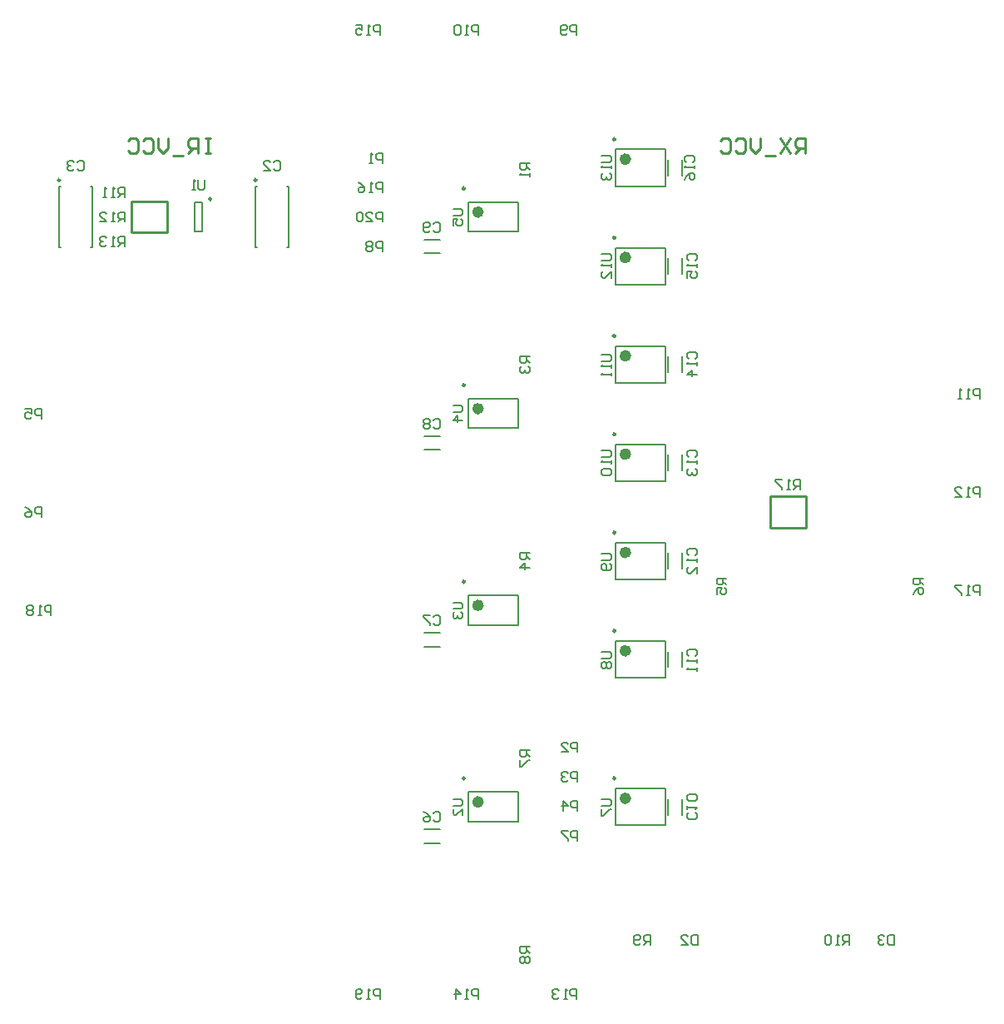
<source format=gbo>
G04 Layer_Color=13813960*
%FSLAX25Y25*%
%MOIN*%
G70*
G01*
G75*
%ADD15C,0.00787*%
%ADD16C,0.01000*%
%ADD17C,0.00984*%
%ADD39C,0.00500*%
%ADD64C,0.02362*%
D15*
X285236Y327284D02*
Y342008D01*
X305315D01*
X285236Y327284D02*
X305315D01*
Y342008D01*
X285236Y287913D02*
Y302638D01*
X305315D01*
X285236Y287913D02*
X305315D01*
Y302638D01*
X285236Y248543D02*
Y263268D01*
X305315D01*
X285236Y248543D02*
X305315D01*
Y263268D01*
X285236Y209173D02*
Y223898D01*
X305315D01*
X285236Y209173D02*
X305315D01*
Y223898D01*
X285236Y169803D02*
Y184528D01*
X305315D01*
X285236Y169803D02*
X305315D01*
Y184528D01*
X285236Y110748D02*
Y125472D01*
X305315D01*
X285236Y110748D02*
X305315D01*
Y125472D01*
X285236Y366653D02*
Y381378D01*
X305315D01*
X285236Y366653D02*
X305315D01*
Y381378D01*
X226181Y124016D02*
X246260D01*
X226181Y112205D02*
X246260D01*
X226181D02*
Y124016D01*
X246260Y112205D02*
Y124016D01*
X226181Y360236D02*
X246260D01*
X226181Y348425D02*
X246260D01*
X226181D02*
Y360236D01*
X246260Y348425D02*
Y360236D01*
X226181Y281496D02*
X246260D01*
X226181Y269685D02*
X246260D01*
X226181D02*
Y281496D01*
X246260Y269685D02*
Y281496D01*
X226181Y202756D02*
X246260D01*
X226181Y190945D02*
X246260D01*
X226181D02*
Y202756D01*
X246260Y190945D02*
Y202756D01*
X116732Y360236D02*
X119488D01*
X116732Y348425D02*
X119488D01*
Y360236D01*
X116732Y348425D02*
Y360236D01*
X140945Y342126D02*
Y366535D01*
X154331Y342126D02*
Y366535D01*
X140945D02*
X141535D01*
X140945Y342126D02*
X141535D01*
X153740Y366535D02*
X154331D01*
X153740Y342126D02*
X154331D01*
X62205D02*
Y366535D01*
X75590Y342126D02*
Y366535D01*
X62205D02*
X62795D01*
X62205Y342126D02*
X62795D01*
X75000Y366535D02*
X75590D01*
X75000Y342126D02*
X75590D01*
X313649Y376313D02*
X312993Y376969D01*
Y378281D01*
X313649Y378937D01*
X316273D01*
X316929Y378281D01*
Y376969D01*
X316273Y376313D01*
X316929Y375001D02*
Y373689D01*
Y374345D01*
X312993D01*
X313649Y375001D01*
X312993Y369098D02*
X313649Y370410D01*
X314961Y371722D01*
X316273D01*
X316929Y371065D01*
Y369754D01*
X316273Y369098D01*
X315617D01*
X314961Y369754D01*
Y371722D01*
X314634Y336943D02*
X313978Y337599D01*
Y338911D01*
X314634Y339567D01*
X317257D01*
X317913Y338911D01*
Y337599D01*
X317257Y336943D01*
X317913Y335631D02*
Y334319D01*
Y334975D01*
X313978D01*
X314634Y335631D01*
X313978Y329728D02*
Y332351D01*
X315946D01*
X315290Y331040D01*
Y330383D01*
X315946Y329728D01*
X317257D01*
X317913Y330383D01*
Y331695D01*
X317257Y332351D01*
X314634Y297573D02*
X313978Y298229D01*
Y299541D01*
X314634Y300197D01*
X317257D01*
X317913Y299541D01*
Y298229D01*
X317257Y297573D01*
X317913Y296261D02*
Y294949D01*
Y295605D01*
X313978D01*
X314634Y296261D01*
X317913Y291014D02*
X313978D01*
X315946Y292981D01*
Y290357D01*
X314634Y258203D02*
X313978Y258859D01*
Y260171D01*
X314634Y260827D01*
X317257D01*
X317913Y260171D01*
Y258859D01*
X317257Y258203D01*
X317913Y256891D02*
Y255579D01*
Y256235D01*
X313978D01*
X314634Y256891D01*
Y253611D02*
X313978Y252955D01*
Y251643D01*
X314634Y250987D01*
X315290D01*
X315946Y251643D01*
Y252299D01*
Y251643D01*
X316601Y250987D01*
X317257D01*
X317913Y251643D01*
Y252955D01*
X317257Y253611D01*
X314634Y218833D02*
X313978Y219489D01*
Y220801D01*
X314634Y221457D01*
X317257D01*
X317913Y220801D01*
Y219489D01*
X317257Y218833D01*
X317913Y217521D02*
Y216209D01*
Y216865D01*
X313978D01*
X314634Y217521D01*
X317913Y211617D02*
Y214241D01*
X315290Y211617D01*
X314634D01*
X313978Y212273D01*
Y213585D01*
X314634Y214241D01*
Y178479D02*
X313978Y179135D01*
Y180446D01*
X314634Y181102D01*
X317257D01*
X317913Y180446D01*
Y179135D01*
X317257Y178479D01*
X317913Y177167D02*
Y175855D01*
Y176511D01*
X313978D01*
X314634Y177167D01*
X317913Y173887D02*
Y172575D01*
Y173231D01*
X313978D01*
X314634Y173887D01*
X317256Y115813D02*
X317912Y115157D01*
Y113845D01*
X317256Y113189D01*
X314632D01*
X313976Y113845D01*
Y115157D01*
X314632Y115813D01*
X313976Y117125D02*
Y118437D01*
Y117781D01*
X317912D01*
X317256Y117125D01*
Y120405D02*
X317912Y121061D01*
Y122372D01*
X317256Y123028D01*
X314632D01*
X313976Y122372D01*
Y121061D01*
X314632Y120405D01*
X317256D01*
X359252Y245079D02*
Y249014D01*
X357284D01*
X356628Y248358D01*
Y247047D01*
X357284Y246391D01*
X359252D01*
X357940D02*
X356628Y245079D01*
X355316D02*
X354004D01*
X354660D01*
Y249014D01*
X355316Y248358D01*
X352036Y249014D02*
X349413D01*
Y248358D01*
X352036Y245735D01*
Y245079D01*
X191929Y352362D02*
Y356298D01*
X189961D01*
X189305Y355642D01*
Y354330D01*
X189961Y353674D01*
X191929D01*
X185370Y352362D02*
X187993D01*
X185370Y354986D01*
Y355642D01*
X186026Y356298D01*
X187337D01*
X187993Y355642D01*
X184058D02*
X183402Y356298D01*
X182090D01*
X181434Y355642D01*
Y353018D01*
X182090Y352362D01*
X183402D01*
X184058Y353018D01*
Y355642D01*
X190945Y41339D02*
Y45274D01*
X188977D01*
X188321Y44618D01*
Y43306D01*
X188977Y42650D01*
X190945D01*
X187009Y41339D02*
X185697D01*
X186353D01*
Y45274D01*
X187009Y44618D01*
X183729Y41995D02*
X183073Y41339D01*
X181762D01*
X181105Y41995D01*
Y44618D01*
X181762Y45274D01*
X183073D01*
X183729Y44618D01*
Y43962D01*
X183073Y43306D01*
X181105D01*
X59055Y194882D02*
Y198818D01*
X57087D01*
X56431Y198162D01*
Y196850D01*
X57087Y196194D01*
X59055D01*
X55119Y194882D02*
X53807D01*
X54463D01*
Y198818D01*
X55119Y198162D01*
X51840D02*
X51184Y198818D01*
X49872D01*
X49216Y198162D01*
Y197506D01*
X49872Y196850D01*
X49216Y196194D01*
Y195538D01*
X49872Y194882D01*
X51184D01*
X51840Y195538D01*
Y196194D01*
X51184Y196850D01*
X51840Y197506D01*
Y198162D01*
X51184Y196850D02*
X49872D01*
X431102Y202756D02*
Y206692D01*
X429135D01*
X428478Y206036D01*
Y204724D01*
X429135Y204068D01*
X431102D01*
X427167Y202756D02*
X425855D01*
X426511D01*
Y206692D01*
X427167Y206036D01*
X423887Y206692D02*
X421263D01*
Y206036D01*
X423887Y203412D01*
Y202756D01*
X191929Y364173D02*
Y368109D01*
X189961D01*
X189305Y367453D01*
Y366141D01*
X189961Y365485D01*
X191929D01*
X187993Y364173D02*
X186681D01*
X187337D01*
Y368109D01*
X187993Y367453D01*
X182090Y368109D02*
X183402Y367453D01*
X184714Y366141D01*
Y364829D01*
X184058Y364173D01*
X182746D01*
X182090Y364829D01*
Y365485D01*
X182746Y366141D01*
X184714D01*
X190945Y427165D02*
Y431101D01*
X188977D01*
X188321Y430445D01*
Y429133D01*
X188977Y428477D01*
X190945D01*
X187009Y427165D02*
X185697D01*
X186353D01*
Y431101D01*
X187009Y430445D01*
X181105Y431101D02*
X183729D01*
Y429133D01*
X182418Y429789D01*
X181762D01*
X181105Y429133D01*
Y427821D01*
X181762Y427165D01*
X183073D01*
X183729Y427821D01*
X69576Y376180D02*
X70232Y376836D01*
X71544D01*
X72200Y376180D01*
Y373556D01*
X71544Y372900D01*
X70232D01*
X69576Y373556D01*
X68264Y376180D02*
X67608Y376836D01*
X66296D01*
X65640Y376180D01*
Y375524D01*
X66296Y374868D01*
X66952D01*
X66296D01*
X65640Y374212D01*
Y373556D01*
X66296Y372900D01*
X67608D01*
X68264Y373556D01*
X148276Y376180D02*
X148932Y376836D01*
X150244D01*
X150900Y376180D01*
Y373556D01*
X150244Y372900D01*
X148932D01*
X148276Y373556D01*
X144340Y372900D02*
X146964D01*
X144340Y375524D01*
Y376180D01*
X144996Y376836D01*
X146308D01*
X146964Y376180D01*
X88583Y342520D02*
Y346455D01*
X86615D01*
X85959Y345799D01*
Y344488D01*
X86615Y343832D01*
X88583D01*
X87271D02*
X85959Y342520D01*
X84647D02*
X83335D01*
X83991D01*
Y346455D01*
X84647Y345799D01*
X81367D02*
X80711Y346455D01*
X79399D01*
X78743Y345799D01*
Y345144D01*
X79399Y344488D01*
X80055D01*
X79399D01*
X78743Y343832D01*
Y343176D01*
X79399Y342520D01*
X80711D01*
X81367Y343176D01*
X88583Y352362D02*
Y356298D01*
X86615D01*
X85959Y355642D01*
Y354330D01*
X86615Y353674D01*
X88583D01*
X87271D02*
X85959Y352362D01*
X84647D02*
X83335D01*
X83991D01*
Y356298D01*
X84647Y355642D01*
X78743Y352362D02*
X81367D01*
X78743Y354986D01*
Y355642D01*
X79399Y356298D01*
X80711D01*
X81367Y355642D01*
X88583Y362205D02*
Y366141D01*
X86615D01*
X85959Y365484D01*
Y364173D01*
X86615Y363517D01*
X88583D01*
X87271D02*
X85959Y362205D01*
X84647D02*
X83335D01*
X83991D01*
Y366141D01*
X84647Y365484D01*
X81367Y362205D02*
X80055D01*
X80711D01*
Y366141D01*
X81367Y365484D01*
X191929Y340551D02*
Y344487D01*
X189961D01*
X189305Y343831D01*
Y342519D01*
X189961Y341863D01*
X191929D01*
X187993Y343831D02*
X187337Y344487D01*
X186026D01*
X185370Y343831D01*
Y343175D01*
X186026Y342519D01*
X185370Y341863D01*
Y341207D01*
X186026Y340551D01*
X187337D01*
X187993Y341207D01*
Y341863D01*
X187337Y342519D01*
X187993Y343175D01*
Y343831D01*
X187337Y342519D02*
X186026D01*
X270024Y104558D02*
Y108493D01*
X268057D01*
X267401Y107837D01*
Y106525D01*
X268057Y105869D01*
X270024D01*
X266089Y108493D02*
X263465D01*
Y107837D01*
X266089Y105213D01*
Y104558D01*
X55118Y234252D02*
Y238188D01*
X53150D01*
X52494Y237532D01*
Y236220D01*
X53150Y235564D01*
X55118D01*
X48559Y238188D02*
X49870Y237532D01*
X51182Y236220D01*
Y234908D01*
X50526Y234252D01*
X49215D01*
X48559Y234908D01*
Y235564D01*
X49215Y236220D01*
X51182D01*
X55118Y273622D02*
Y277558D01*
X53150D01*
X52494Y276902D01*
Y275590D01*
X53150Y274934D01*
X55118D01*
X48559Y277558D02*
X51182D01*
Y275590D01*
X49870Y276246D01*
X49215D01*
X48559Y275590D01*
Y274278D01*
X49215Y273622D01*
X50526D01*
X51182Y274278D01*
X270024Y116426D02*
Y120362D01*
X268057D01*
X267401Y119706D01*
Y118394D01*
X268057Y117738D01*
X270024D01*
X264121Y116426D02*
Y120362D01*
X266089Y118394D01*
X263465D01*
X270024Y128194D02*
Y132130D01*
X268057D01*
X267401Y131474D01*
Y130162D01*
X268057Y129506D01*
X270024D01*
X266089Y131474D02*
X265433Y132130D01*
X264121D01*
X263465Y131474D01*
Y130818D01*
X264121Y130162D01*
X264777D01*
X264121D01*
X263465Y129506D01*
Y128850D01*
X264121Y128194D01*
X265433D01*
X266089Y128850D01*
X270024Y140063D02*
Y143999D01*
X268057D01*
X267401Y143343D01*
Y142031D01*
X268057Y141375D01*
X270024D01*
X263465Y140063D02*
X266089D01*
X263465Y142687D01*
Y143343D01*
X264121Y143999D01*
X265433D01*
X266089Y143343D01*
X191929Y375984D02*
Y379920D01*
X189961D01*
X189305Y379264D01*
Y377952D01*
X189961Y377296D01*
X191929D01*
X187993Y375984D02*
X186681D01*
X187337D01*
Y379920D01*
X187993Y379264D01*
X120700Y369236D02*
Y365956D01*
X120044Y365300D01*
X118732D01*
X118076Y365956D01*
Y369236D01*
X116764Y365300D02*
X115452D01*
X116108D01*
Y369236D01*
X116764Y368580D01*
X378937Y62992D02*
Y66928D01*
X376969D01*
X376313Y66272D01*
Y64960D01*
X376969Y64304D01*
X378937D01*
X377625D02*
X376313Y62992D01*
X375001D02*
X373689D01*
X374345D01*
Y66928D01*
X375001Y66272D01*
X371722D02*
X371065Y66928D01*
X369754D01*
X369098Y66272D01*
Y63648D01*
X369754Y62992D01*
X371065D01*
X371722Y63648D01*
Y66272D01*
X299213Y62992D02*
Y66928D01*
X297245D01*
X296589Y66272D01*
Y64960D01*
X297245Y64304D01*
X299213D01*
X297901D02*
X296589Y62992D01*
X295277Y63648D02*
X294621Y62992D01*
X293309D01*
X292653Y63648D01*
Y66272D01*
X293309Y66928D01*
X294621D01*
X295277Y66272D01*
Y65616D01*
X294621Y64960D01*
X292653D01*
X251010Y62205D02*
X247075D01*
Y60237D01*
X247730Y59581D01*
X249042D01*
X249698Y60237D01*
Y62205D01*
Y60893D02*
X251010Y59581D01*
X247730Y58269D02*
X247075Y57613D01*
Y56301D01*
X247730Y55645D01*
X248386D01*
X249042Y56301D01*
X249698Y55645D01*
X250354D01*
X251010Y56301D01*
Y57613D01*
X250354Y58269D01*
X249698D01*
X249042Y57613D01*
X248386Y58269D01*
X247730D01*
X249042Y57613D02*
Y56301D01*
X251010Y140905D02*
X247075D01*
Y138937D01*
X247730Y138281D01*
X249042D01*
X249698Y138937D01*
Y140905D01*
Y139593D02*
X251010Y138281D01*
X247075Y136969D02*
Y134345D01*
X247730D01*
X250354Y136969D01*
X251010D01*
X408465Y209646D02*
X404529D01*
Y207678D01*
X405185Y207022D01*
X406497D01*
X407153Y207678D01*
Y209646D01*
Y208334D02*
X408465Y207022D01*
X404529Y203086D02*
X405185Y204398D01*
X406497Y205710D01*
X407809D01*
X408465Y205054D01*
Y203742D01*
X407809Y203086D01*
X407153D01*
X406497Y203742D01*
Y205710D01*
X329724Y209646D02*
X325789D01*
Y207678D01*
X326445Y207022D01*
X327757D01*
X328413Y207678D01*
Y209646D01*
Y208334D02*
X329724Y207022D01*
X325789Y203086D02*
Y205710D01*
X327757D01*
X327101Y204398D01*
Y203742D01*
X327757Y203086D01*
X329068D01*
X329724Y203742D01*
Y205054D01*
X329068Y205710D01*
X251010Y219705D02*
X247075D01*
Y217737D01*
X247730Y217081D01*
X249042D01*
X249698Y217737D01*
Y219705D01*
Y218393D02*
X251010Y217081D01*
Y213801D02*
X247075D01*
X249042Y215769D01*
Y213145D01*
X251010Y298405D02*
X247075D01*
Y296437D01*
X247730Y295781D01*
X249042D01*
X249698Y296437D01*
Y298405D01*
Y297093D02*
X251010Y295781D01*
X247730Y294469D02*
X247075Y293813D01*
Y292501D01*
X247730Y291845D01*
X248386D01*
X249042Y292501D01*
Y293157D01*
Y292501D01*
X249698Y291845D01*
X250354D01*
X251010Y292501D01*
Y293813D01*
X250354Y294469D01*
X251010Y375805D02*
X247075D01*
Y373837D01*
X247730Y373181D01*
X249042D01*
X249698Y373837D01*
Y375805D01*
Y374493D02*
X251010Y373181D01*
Y371869D02*
Y370557D01*
Y371213D01*
X247075D01*
X247730Y371869D01*
X397000Y66836D02*
Y62900D01*
X395032D01*
X394376Y63556D01*
Y66180D01*
X395032Y66836D01*
X397000D01*
X393064Y66180D02*
X392408Y66836D01*
X391096D01*
X390440Y66180D01*
Y65524D01*
X391096Y64868D01*
X391752D01*
X391096D01*
X390440Y64212D01*
Y63556D01*
X391096Y62900D01*
X392408D01*
X393064Y63556D01*
X318200Y66836D02*
Y62900D01*
X316232D01*
X315576Y63556D01*
Y66180D01*
X316232Y66836D01*
X318200D01*
X311640Y62900D02*
X314264D01*
X311640Y65524D01*
Y66180D01*
X312296Y66836D01*
X313608D01*
X314264Y66180D01*
X220085Y121278D02*
X223364D01*
X224021Y120622D01*
Y119310D01*
X223364Y118654D01*
X220085D01*
X224021Y114718D02*
Y117342D01*
X221397Y114718D01*
X220741D01*
X220085Y115374D01*
Y116686D01*
X220741Y117342D01*
X220085Y199978D02*
X223364D01*
X224021Y199322D01*
Y198010D01*
X223364Y197354D01*
X220085D01*
X220741Y196042D02*
X220085Y195386D01*
Y194074D01*
X220741Y193418D01*
X221397D01*
X222053Y194074D01*
Y194730D01*
Y194074D01*
X222709Y193418D01*
X223364D01*
X224021Y194074D01*
Y195386D01*
X223364Y196042D01*
X220085Y278778D02*
X223364D01*
X224021Y278122D01*
Y276810D01*
X223364Y276154D01*
X220085D01*
X224021Y272874D02*
X220085D01*
X222053Y274842D01*
Y272218D01*
X220085Y357478D02*
X223364D01*
X224021Y356822D01*
Y355510D01*
X223364Y354854D01*
X220085D01*
Y350918D02*
Y353542D01*
X222053D01*
X221397Y352230D01*
Y351574D01*
X222053Y350918D01*
X223364D01*
X224021Y351574D01*
Y352886D01*
X223364Y353542D01*
X269685Y427165D02*
Y431101D01*
X267717D01*
X267061Y430445D01*
Y429133D01*
X267717Y428477D01*
X269685D01*
X265749Y427821D02*
X265093Y427165D01*
X263781D01*
X263125Y427821D01*
Y430445D01*
X263781Y431101D01*
X265093D01*
X265749Y430445D01*
Y429789D01*
X265093Y429133D01*
X263125D01*
X230315Y427165D02*
Y431101D01*
X228347D01*
X227691Y430445D01*
Y429133D01*
X228347Y428477D01*
X230315D01*
X226379Y427165D02*
X225067D01*
X225723D01*
Y431101D01*
X226379Y430445D01*
X223099D02*
X222444Y431101D01*
X221132D01*
X220476Y430445D01*
Y427821D01*
X221132Y427165D01*
X222444D01*
X223099Y427821D01*
Y430445D01*
X431102Y281496D02*
Y285432D01*
X429135D01*
X428478Y284776D01*
Y283464D01*
X429135Y282808D01*
X431102D01*
X427167Y281496D02*
X425855D01*
X426511D01*
Y285432D01*
X427167Y284776D01*
X423887Y281496D02*
X422575D01*
X423231D01*
Y285432D01*
X423887Y284776D01*
X431102Y242126D02*
Y246062D01*
X429135D01*
X428478Y245406D01*
Y244094D01*
X429135Y243438D01*
X431102D01*
X427167Y242126D02*
X425855D01*
X426511D01*
Y246062D01*
X427167Y245406D01*
X421263Y242126D02*
X423887D01*
X421263Y244750D01*
Y245406D01*
X421919Y246062D01*
X423231D01*
X423887Y245406D01*
X269685Y41339D02*
Y45274D01*
X267717D01*
X267061Y44618D01*
Y43306D01*
X267717Y42650D01*
X269685D01*
X265749Y41339D02*
X264437D01*
X265093D01*
Y45274D01*
X265749Y44618D01*
X262470D02*
X261814Y45274D01*
X260502D01*
X259846Y44618D01*
Y43962D01*
X260502Y43306D01*
X261158D01*
X260502D01*
X259846Y42650D01*
Y41995D01*
X260502Y41339D01*
X261814D01*
X262470Y41995D01*
X230315Y41339D02*
Y45274D01*
X228347D01*
X227691Y44618D01*
Y43306D01*
X228347Y42650D01*
X230315D01*
X226379Y41339D02*
X225067D01*
X225723D01*
Y45274D01*
X226379Y44618D01*
X221132Y41339D02*
Y45274D01*
X223099Y43306D01*
X220476D01*
X212255Y115380D02*
X212911Y116036D01*
X214223D01*
X214879Y115380D01*
Y112756D01*
X214223Y112100D01*
X212911D01*
X212255Y112756D01*
X208319Y116036D02*
X209631Y115380D01*
X210943Y114068D01*
Y112756D01*
X210287Y112100D01*
X208975D01*
X208319Y112756D01*
Y113412D01*
X208975Y114068D01*
X210943D01*
X212255Y194080D02*
X212911Y194736D01*
X214223D01*
X214879Y194080D01*
Y191456D01*
X214223Y190800D01*
X212911D01*
X212255Y191456D01*
X210943Y194736D02*
X208319D01*
Y194080D01*
X210943Y191456D01*
Y190800D01*
X212255Y272880D02*
X212911Y273536D01*
X214223D01*
X214879Y272880D01*
Y270256D01*
X214223Y269600D01*
X212911D01*
X212255Y270256D01*
X210943Y272880D02*
X210287Y273536D01*
X208975D01*
X208319Y272880D01*
Y272224D01*
X208975Y271568D01*
X208319Y270912D01*
Y270256D01*
X208975Y269600D01*
X210287D01*
X210943Y270256D01*
Y270912D01*
X210287Y271568D01*
X210943Y272224D01*
Y272880D01*
X210287Y271568D02*
X208975D01*
X212318Y351580D02*
X212974Y352236D01*
X214286D01*
X214942Y351580D01*
Y348956D01*
X214286Y348300D01*
X212974D01*
X212318Y348956D01*
X211006D02*
X210350Y348300D01*
X209038D01*
X208382Y348956D01*
Y351580D01*
X209038Y352236D01*
X210350D01*
X211006Y351580D01*
Y350924D01*
X210350Y350268D01*
X208382D01*
X279529Y121063D02*
X282809D01*
X283465Y120407D01*
Y119095D01*
X282809Y118439D01*
X279529D01*
Y117127D02*
Y114503D01*
X280185D01*
X282809Y117127D01*
X283465D01*
X279529Y180118D02*
X282809D01*
X283465Y179462D01*
Y178150D01*
X282809Y177494D01*
X279529D01*
X280185Y176182D02*
X279529Y175526D01*
Y174214D01*
X280185Y173558D01*
X280841D01*
X281497Y174214D01*
X282153Y173558D01*
X282809D01*
X283465Y174214D01*
Y175526D01*
X282809Y176182D01*
X282153D01*
X281497Y175526D01*
X280841Y176182D01*
X280185D01*
X281497Y175526D02*
Y174214D01*
X279529Y219488D02*
X282809D01*
X283465Y218832D01*
Y217520D01*
X282809Y216864D01*
X279529D01*
X282809Y215552D02*
X283465Y214896D01*
Y213585D01*
X282809Y212929D01*
X280185D01*
X279529Y213585D01*
Y214896D01*
X280185Y215552D01*
X280841D01*
X281497Y214896D01*
Y212929D01*
X279529Y260827D02*
X282809D01*
X283465Y260171D01*
Y258859D01*
X282809Y258203D01*
X279529D01*
X283465Y256891D02*
Y255579D01*
Y256235D01*
X279529D01*
X280185Y256891D01*
Y253611D02*
X279529Y252955D01*
Y251643D01*
X280185Y250987D01*
X282809D01*
X283465Y251643D01*
Y252955D01*
X282809Y253611D01*
X280185D01*
X279529Y299213D02*
X282809D01*
X283465Y298557D01*
Y297245D01*
X282809Y296589D01*
X279529D01*
X283465Y295277D02*
Y293965D01*
Y294621D01*
X279529D01*
X280185Y295277D01*
X283465Y291997D02*
Y290685D01*
Y291341D01*
X279529D01*
X280185Y291997D01*
X279529Y339567D02*
X282809D01*
X283465Y338911D01*
Y337599D01*
X282809Y336943D01*
X279529D01*
X283465Y335631D02*
Y334319D01*
Y334975D01*
X279529D01*
X280185Y335631D01*
X283465Y329728D02*
Y332351D01*
X280841Y329728D01*
X280185D01*
X279529Y330383D01*
Y331695D01*
X280185Y332351D01*
X279529Y378937D02*
X282809D01*
X283465Y378281D01*
Y376969D01*
X282809Y376313D01*
X279529D01*
X283465Y375001D02*
Y373689D01*
Y374345D01*
X279529D01*
X280185Y375001D01*
Y371722D02*
X279529Y371065D01*
Y369754D01*
X280185Y369098D01*
X280841D01*
X281497Y369754D01*
Y370410D01*
Y369754D01*
X282153Y369098D01*
X282809D01*
X283465Y369754D01*
Y371065D01*
X282809Y371722D01*
D16*
X347244Y229921D02*
Y242520D01*
X361417D01*
Y229921D02*
Y242520D01*
X347244Y229921D02*
X361417D01*
X105512Y348031D02*
Y360630D01*
X91339Y348031D02*
X105512D01*
X91339D02*
Y360630D01*
X105512D01*
X123031Y385919D02*
X121032D01*
X122032D01*
Y379921D01*
X123031D01*
X121032D01*
X118033D02*
Y385919D01*
X115034D01*
X114034Y384920D01*
Y382920D01*
X115034Y381921D01*
X118033D01*
X116034D02*
X114034Y379921D01*
X112035Y378922D02*
X108036D01*
X106037Y385919D02*
Y381921D01*
X104038Y379921D01*
X102038Y381921D01*
Y385919D01*
X96040Y384920D02*
X97040Y385919D01*
X99039D01*
X100039Y384920D01*
Y380921D01*
X99039Y379921D01*
X97040D01*
X96040Y380921D01*
X90042Y384920D02*
X91042Y385919D01*
X93041D01*
X94041Y384920D01*
Y380921D01*
X93041Y379921D01*
X91042D01*
X90042Y380921D01*
X361221Y379921D02*
Y385919D01*
X358221D01*
X357222Y384920D01*
Y382920D01*
X358221Y381921D01*
X361221D01*
X359221D02*
X357222Y379921D01*
X355222Y385919D02*
X351224Y379921D01*
Y385919D02*
X355222Y379921D01*
X349224Y378922D02*
X345226D01*
X343226Y385919D02*
Y381921D01*
X341227Y379921D01*
X339228Y381921D01*
Y385919D01*
X333229Y384920D02*
X334229Y385919D01*
X336228D01*
X337228Y384920D01*
Y380921D01*
X336228Y379921D01*
X334229D01*
X333229Y380921D01*
X327232Y384920D02*
X328231Y385919D01*
X330230D01*
X331230Y384920D01*
Y380921D01*
X330230Y379921D01*
X328231D01*
X327232Y380921D01*
D17*
X285216Y346063D02*
G03*
X285216Y346063I-492J0D01*
G01*
Y306693D02*
G03*
X285216Y306693I-492J0D01*
G01*
Y267323D02*
G03*
X285216Y267323I-492J0D01*
G01*
Y227953D02*
G03*
X285216Y227953I-492J0D01*
G01*
Y188583D02*
G03*
X285216Y188583I-492J0D01*
G01*
Y129528D02*
G03*
X285216Y129528I-492J0D01*
G01*
Y385433D02*
G03*
X285216Y385433I-492J0D01*
G01*
X224902Y129528D02*
G03*
X224902Y129528I-492J0D01*
G01*
Y365748D02*
G03*
X224902Y365748I-492J0D01*
G01*
Y287008D02*
G03*
X224902Y287008I-492J0D01*
G01*
Y208268D02*
G03*
X224902Y208268I-492J0D01*
G01*
X123327Y361516D02*
G03*
X123327Y361516I-492J0D01*
G01*
X141437Y369094D02*
G03*
X141437Y369094I-492J0D01*
G01*
X62697D02*
G03*
X62697Y369094I-492J0D01*
G01*
D39*
X306299Y292126D02*
Y298425D01*
X311811Y292126D02*
Y298425D01*
X306299Y252756D02*
Y259055D01*
X311811Y252756D02*
Y259055D01*
X306299Y213386D02*
Y219685D01*
X311811Y213386D02*
Y219685D01*
X306299Y174016D02*
Y180315D01*
X311811Y174016D02*
Y180315D01*
X306299Y114961D02*
Y121260D01*
X311811Y114961D02*
Y121260D01*
X306299Y370866D02*
Y377165D01*
X311811Y370866D02*
Y377165D01*
X306299Y331496D02*
Y337795D01*
X311811Y331496D02*
Y337795D01*
X208465Y339764D02*
X214764D01*
X208465Y345276D02*
X214764D01*
X208465Y261024D02*
X214764D01*
X208465Y266535D02*
X214764D01*
X208465Y182283D02*
X214764D01*
X208465Y187795D02*
X214764D01*
X208465Y103543D02*
X214764D01*
X208465Y109055D02*
X214764D01*
D64*
X290354Y338090D02*
G03*
X290354Y338090I-1181J0D01*
G01*
Y298721D02*
G03*
X290354Y298721I-1181J0D01*
G01*
Y259350D02*
G03*
X290354Y259350I-1181J0D01*
G01*
Y219980D02*
G03*
X290354Y219980I-1181J0D01*
G01*
Y180610D02*
G03*
X290354Y180610I-1181J0D01*
G01*
Y121555D02*
G03*
X290354Y121555I-1181J0D01*
G01*
Y377461D02*
G03*
X290354Y377461I-1181J0D01*
G01*
X231299Y120079D02*
G03*
X231299Y120079I-1181J0D01*
G01*
Y356299D02*
G03*
X231299Y356299I-1181J0D01*
G01*
Y277559D02*
G03*
X231299Y277559I-1181J0D01*
G01*
Y198819D02*
G03*
X231299Y198819I-1181J0D01*
G01*
M02*

</source>
